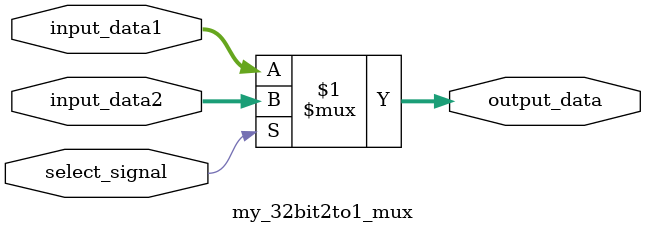
<source format=v>
module my_32bit2to1_mux(input_data1, input_data2, output_data, select_signal);
   
    input [31:0] input_data1;
    input [31:0] input_data2;
    
    input select_signal;
    
    output [31:0] output_data;
    
    assign output_data = select_signal ? input_data2 : input_data1;
    
endmodule
</source>
